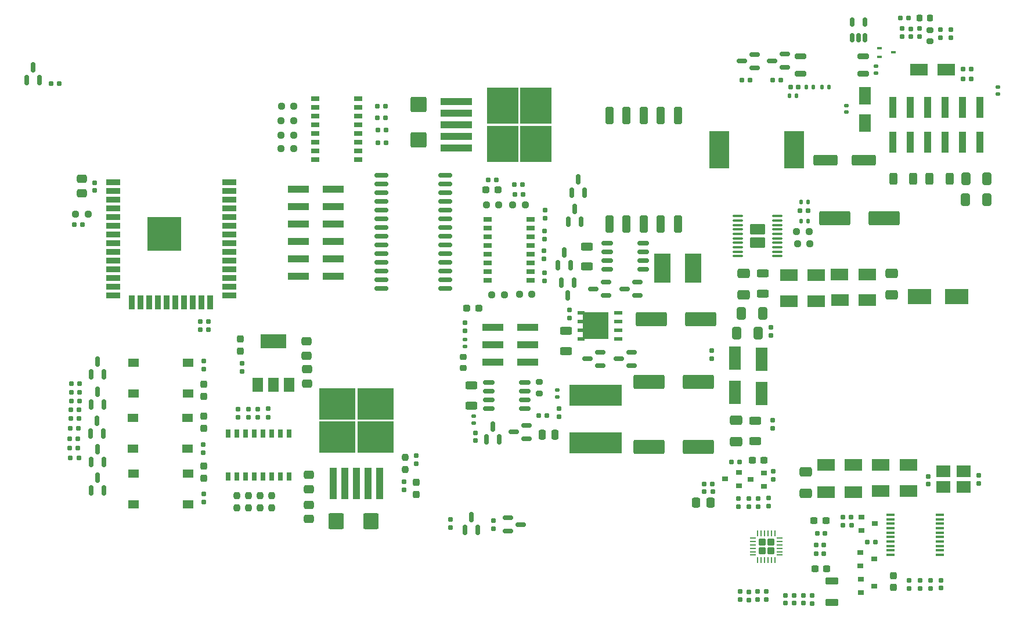
<source format=gbr>
G04 #@! TF.GenerationSoftware,KiCad,Pcbnew,6.0.7+dfsg-1build1*
G04 #@! TF.CreationDate,2023-02-19T10:12:41-06:00*
G04 #@! TF.ProjectId,access-controller,61636365-7373-42d6-936f-6e74726f6c6c,rev?*
G04 #@! TF.SameCoordinates,Original*
G04 #@! TF.FileFunction,Paste,Top*
G04 #@! TF.FilePolarity,Positive*
%FSLAX46Y46*%
G04 Gerber Fmt 4.6, Leading zero omitted, Abs format (unit mm)*
G04 Created by KiCad (PCBNEW 6.0.7+dfsg-1build1) date 2023-02-19 10:12:41*
%MOMM*%
%LPD*%
G01*
G04 APERTURE LIST*
G04 Aperture macros list*
%AMRoundRect*
0 Rectangle with rounded corners*
0 $1 Rounding radius*
0 $2 $3 $4 $5 $6 $7 $8 $9 X,Y pos of 4 corners*
0 Add a 4 corners polygon primitive as box body*
4,1,4,$2,$3,$4,$5,$6,$7,$8,$9,$2,$3,0*
0 Add four circle primitives for the rounded corners*
1,1,$1+$1,$2,$3*
1,1,$1+$1,$4,$5*
1,1,$1+$1,$6,$7*
1,1,$1+$1,$8,$9*
0 Add four rect primitives between the rounded corners*
20,1,$1+$1,$2,$3,$4,$5,0*
20,1,$1+$1,$4,$5,$6,$7,0*
20,1,$1+$1,$6,$7,$8,$9,0*
20,1,$1+$1,$8,$9,$2,$3,0*%
G04 Aperture macros list end*
%ADD10RoundRect,0.200000X0.275000X-0.200000X0.275000X0.200000X-0.275000X0.200000X-0.275000X-0.200000X0*%
%ADD11RoundRect,0.150000X-0.675000X-0.150000X0.675000X-0.150000X0.675000X0.150000X-0.675000X0.150000X0*%
%ADD12RoundRect,0.250000X0.475000X-0.337500X0.475000X0.337500X-0.475000X0.337500X-0.475000X-0.337500X0*%
%ADD13RoundRect,0.249999X0.875001X0.925001X-0.875001X0.925001X-0.875001X-0.925001X0.875001X-0.925001X0*%
%ADD14RoundRect,0.250000X-0.475000X0.337500X-0.475000X-0.337500X0.475000X-0.337500X0.475000X0.337500X0*%
%ADD15RoundRect,0.249999X0.925001X-0.875001X0.925001X0.875001X-0.925001X0.875001X-0.925001X-0.875001X0*%
%ADD16RoundRect,0.155000X0.155000X-0.212500X0.155000X0.212500X-0.155000X0.212500X-0.155000X-0.212500X0*%
%ADD17RoundRect,0.155000X-0.155000X0.212500X-0.155000X-0.212500X0.155000X-0.212500X0.155000X0.212500X0*%
%ADD18RoundRect,0.237500X-0.237500X0.300000X-0.237500X-0.300000X0.237500X-0.300000X0.237500X0.300000X0*%
%ADD19R,3.500000X2.300000*%
%ADD20RoundRect,0.237500X-0.237500X0.287500X-0.237500X-0.287500X0.237500X-0.287500X0.237500X0.287500X0*%
%ADD21RoundRect,0.237500X0.237500X-0.287500X0.237500X0.287500X-0.237500X0.287500X-0.237500X-0.287500X0*%
%ADD22RoundRect,0.237500X0.287500X0.237500X-0.287500X0.237500X-0.287500X-0.237500X0.287500X-0.237500X0*%
%ADD23R,0.900000X0.800000*%
%ADD24R,1.550000X1.300000*%
%ADD25RoundRect,0.160000X-0.197500X-0.160000X0.197500X-0.160000X0.197500X0.160000X-0.197500X0.160000X0*%
%ADD26RoundRect,0.160000X-0.160000X0.197500X-0.160000X-0.197500X0.160000X-0.197500X0.160000X0.197500X0*%
%ADD27RoundRect,0.160000X0.197500X0.160000X-0.197500X0.160000X-0.197500X-0.160000X0.197500X-0.160000X0*%
%ADD28RoundRect,0.237500X-0.237500X0.250000X-0.237500X-0.250000X0.237500X-0.250000X0.237500X0.250000X0*%
%ADD29RoundRect,0.237500X0.250000X0.237500X-0.250000X0.237500X-0.250000X-0.237500X0.250000X-0.237500X0*%
%ADD30RoundRect,0.237500X0.237500X-0.250000X0.237500X0.250000X-0.237500X0.250000X-0.237500X-0.250000X0*%
%ADD31RoundRect,0.237500X-0.250000X-0.237500X0.250000X-0.237500X0.250000X0.237500X-0.250000X0.237500X0*%
%ADD32RoundRect,0.160000X0.160000X-0.197500X0.160000X0.197500X-0.160000X0.197500X-0.160000X-0.197500X0*%
%ADD33RoundRect,0.150000X-0.875000X-0.150000X0.875000X-0.150000X0.875000X0.150000X-0.875000X0.150000X0*%
%ADD34R,0.800000X1.300000*%
%ADD35R,1.300000X0.800000*%
%ADD36R,5.250000X4.550000*%
%ADD37R,1.100000X4.600000*%
%ADD38R,1.500000X2.000000*%
%ADD39R,3.800000X2.000000*%
%ADD40R,4.550000X5.250000*%
%ADD41R,4.600000X1.100000*%
%ADD42R,1.270000X0.325000*%
%ADD43R,2.000000X0.900000*%
%ADD44R,0.900000X2.000000*%
%ADD45R,5.000000X5.000000*%
%ADD46R,3.150000X1.000000*%
%ADD47R,2.100000X1.800000*%
%ADD48RoundRect,0.250000X-0.337500X-0.475000X0.337500X-0.475000X0.337500X0.475000X-0.337500X0.475000X0*%
%ADD49RoundRect,0.155000X-0.212500X-0.155000X0.212500X-0.155000X0.212500X0.155000X-0.212500X0.155000X0*%
%ADD50RoundRect,0.237500X0.300000X0.237500X-0.300000X0.237500X-0.300000X-0.237500X0.300000X-0.237500X0*%
%ADD51RoundRect,0.237500X-0.300000X-0.237500X0.300000X-0.237500X0.300000X0.237500X-0.300000X0.237500X0*%
%ADD52RoundRect,0.155000X0.212500X0.155000X-0.212500X0.155000X-0.212500X-0.155000X0.212500X-0.155000X0*%
%ADD53RoundRect,0.249999X-0.700001X0.275001X-0.700001X-0.275001X0.700001X-0.275001X0.700001X0.275001X0*%
%ADD54RoundRect,0.249999X0.275001X0.275001X-0.275001X0.275001X-0.275001X-0.275001X0.275001X-0.275001X0*%
%ADD55RoundRect,0.062500X0.350000X0.062500X-0.350000X0.062500X-0.350000X-0.062500X0.350000X-0.062500X0*%
%ADD56RoundRect,0.062500X0.062500X0.350000X-0.062500X0.350000X-0.062500X-0.350000X0.062500X-0.350000X0*%
%ADD57RoundRect,0.250000X0.412500X0.650000X-0.412500X0.650000X-0.412500X-0.650000X0.412500X-0.650000X0*%
%ADD58R,2.500000X1.800000*%
%ADD59RoundRect,0.135000X0.135000X0.185000X-0.135000X0.185000X-0.135000X-0.185000X0.135000X-0.185000X0*%
%ADD60RoundRect,0.150000X0.150000X-0.512500X0.150000X0.512500X-0.150000X0.512500X-0.150000X-0.512500X0*%
%ADD61R,7.700000X3.100000*%
%ADD62RoundRect,0.250000X-0.250000X-0.475000X0.250000X-0.475000X0.250000X0.475000X-0.250000X0.475000X0*%
%ADD63RoundRect,0.305000X-0.305000X0.965000X-0.305000X-0.965000X0.305000X-0.965000X0.305000X0.965000X0*%
%ADD64RoundRect,0.250000X-0.312500X-0.625000X0.312500X-0.625000X0.312500X0.625000X-0.312500X0.625000X0*%
%ADD65RoundRect,0.150000X0.150000X-0.587500X0.150000X0.587500X-0.150000X0.587500X-0.150000X-0.587500X0*%
%ADD66RoundRect,0.135000X-0.135000X-0.185000X0.135000X-0.185000X0.135000X0.185000X-0.135000X0.185000X0*%
%ADD67RoundRect,0.250000X-0.625000X0.312500X-0.625000X-0.312500X0.625000X-0.312500X0.625000X0.312500X0*%
%ADD68R,1.800000X2.500000*%
%ADD69RoundRect,0.197500X-0.632500X0.197500X-0.632500X-0.197500X0.632500X-0.197500X0.632500X0.197500X0*%
%ADD70RoundRect,0.250000X1.500000X0.550000X-1.500000X0.550000X-1.500000X-0.550000X1.500000X-0.550000X0*%
%ADD71R,1.000000X3.150000*%
%ADD72RoundRect,0.249999X-0.855001X-0.530001X0.855001X-0.530001X0.855001X0.530001X-0.855001X0.530001X0*%
%ADD73RoundRect,0.100000X-0.637500X-0.100000X0.637500X-0.100000X0.637500X0.100000X-0.637500X0.100000X0*%
%ADD74R,0.700000X0.450000*%
%ADD75RoundRect,0.250001X-1.999999X-0.799999X1.999999X-0.799999X1.999999X0.799999X-1.999999X0.799999X0*%
%ADD76RoundRect,0.250001X1.999999X0.799999X-1.999999X0.799999X-1.999999X-0.799999X1.999999X-0.799999X0*%
%ADD77RoundRect,0.150000X0.587500X0.150000X-0.587500X0.150000X-0.587500X-0.150000X0.587500X-0.150000X0*%
%ADD78RoundRect,0.250000X0.625000X-0.312500X0.625000X0.312500X-0.625000X0.312500X-0.625000X-0.312500X0*%
%ADD79RoundRect,0.135000X-0.185000X0.135000X-0.185000X-0.135000X0.185000X-0.135000X0.185000X0.135000X0*%
%ADD80RoundRect,0.250000X0.650000X-0.412500X0.650000X0.412500X-0.650000X0.412500X-0.650000X-0.412500X0*%
%ADD81RoundRect,0.200000X-0.275000X0.200000X-0.275000X-0.200000X0.275000X-0.200000X0.275000X0.200000X0*%
%ADD82RoundRect,0.250000X-0.412500X-0.650000X0.412500X-0.650000X0.412500X0.650000X-0.412500X0.650000X0*%
%ADD83RoundRect,0.150000X-0.587500X-0.150000X0.587500X-0.150000X0.587500X0.150000X-0.587500X0.150000X0*%
%ADD84R,2.400000X4.200000*%
%ADD85R,2.900000X5.400000*%
%ADD86RoundRect,0.140000X0.140000X0.170000X-0.140000X0.170000X-0.140000X-0.170000X0.140000X-0.170000X0*%
%ADD87R,1.270000X0.610000*%
%ADD88R,1.020000X0.610000*%
%ADD89R,3.810000X3.910000*%
%ADD90RoundRect,0.135000X0.185000X-0.135000X0.185000X0.135000X-0.185000X0.135000X-0.185000X-0.135000X0*%
%ADD91RoundRect,0.150000X-0.150000X0.587500X-0.150000X-0.587500X0.150000X-0.587500X0.150000X0.587500X0*%
%ADD92RoundRect,0.250000X-0.650000X0.412500X-0.650000X-0.412500X0.650000X-0.412500X0.650000X0.412500X0*%
%ADD93RoundRect,0.140000X0.170000X-0.140000X0.170000X0.140000X-0.170000X0.140000X-0.170000X-0.140000X0*%
%ADD94R,1.800000X3.500000*%
%ADD95RoundRect,0.225000X0.225000X0.250000X-0.225000X0.250000X-0.225000X-0.250000X0.225000X-0.250000X0*%
%ADD96RoundRect,0.218750X0.256250X-0.218750X0.256250X0.218750X-0.256250X0.218750X-0.256250X-0.218750X0*%
G04 APERTURE END LIST*
D10*
X200110000Y-86555000D03*
X200110000Y-84905000D03*
D11*
X197955000Y-85015000D03*
X197955000Y-86285000D03*
X197955000Y-87555000D03*
X197955000Y-88825000D03*
X192705000Y-88825000D03*
X192705000Y-87555000D03*
X192705000Y-86285000D03*
X192705000Y-85015000D03*
D12*
X166498000Y-100554500D03*
X166498000Y-98479500D03*
D13*
X175548000Y-105229500D03*
X170448000Y-105229500D03*
D14*
X166498000Y-102827000D03*
X166498000Y-104902000D03*
D12*
X166220000Y-85133000D03*
X166220000Y-83058000D03*
D14*
X166116000Y-78972500D03*
X166116000Y-81047500D03*
D15*
X182500000Y-49550000D03*
X182500000Y-44450000D03*
D16*
X256850000Y-99825000D03*
X256850000Y-98690000D03*
D17*
X264200000Y-98555000D03*
X264200000Y-99690000D03*
D18*
X251690000Y-113140000D03*
X251690000Y-114865000D03*
D17*
X258690000Y-113852500D03*
X258690000Y-114987500D03*
D12*
X133400000Y-57375000D03*
X133400000Y-55300000D03*
D16*
X135200000Y-56967500D03*
X135200000Y-55832500D03*
D19*
X260920000Y-72450000D03*
X255520000Y-72450000D03*
D20*
X182118000Y-99568000D03*
X182118000Y-101318000D03*
D21*
X156464000Y-80377000D03*
X156464000Y-78627000D03*
D22*
X194056000Y-56896000D03*
X192306000Y-56896000D03*
D23*
X246980000Y-113720000D03*
X246980000Y-115620000D03*
X248980000Y-114670000D03*
D21*
X151164000Y-91673000D03*
X151164000Y-89923000D03*
X151114000Y-98948000D03*
X151114000Y-97198000D03*
D20*
X151114000Y-85273000D03*
X151114000Y-87023000D03*
D24*
X140784000Y-90148000D03*
X148744000Y-90148000D03*
X140784000Y-94648000D03*
X148744000Y-94648000D03*
X140884000Y-98298000D03*
X148844000Y-98298000D03*
X148844000Y-102798000D03*
X140884000Y-102798000D03*
X148894000Y-82098000D03*
X140934000Y-82098000D03*
X140934000Y-86598000D03*
X148894000Y-86598000D03*
D23*
X246900000Y-109810000D03*
X246900000Y-111710000D03*
X248900000Y-110760000D03*
X247050000Y-104630000D03*
X247050000Y-106530000D03*
X249050000Y-105580000D03*
D25*
X150632500Y-77290000D03*
X151827500Y-77290000D03*
X150602500Y-76100000D03*
X151797500Y-76100000D03*
D26*
X187130000Y-104965000D03*
X187130000Y-106160000D03*
D25*
X234130000Y-40894000D03*
X235325000Y-40894000D03*
D27*
X230825000Y-40894000D03*
X229630000Y-40894000D03*
D26*
X193390000Y-105092500D03*
X193390000Y-106287500D03*
D28*
X155936000Y-101449500D03*
X155936000Y-103274500D03*
X157636000Y-101462000D03*
X157636000Y-103287000D03*
X159336000Y-101449500D03*
X159336000Y-103274500D03*
X161036000Y-101449500D03*
X161036000Y-103274500D03*
D29*
X164312500Y-44650000D03*
X162487500Y-44650000D03*
X164250000Y-46800000D03*
X162425000Y-46800000D03*
X164262500Y-48900000D03*
X162437500Y-48900000D03*
X164275000Y-50900000D03*
X162450000Y-50900000D03*
D30*
X180498000Y-97692000D03*
X180498000Y-95867000D03*
D31*
X132437500Y-60452000D03*
X134262500Y-60452000D03*
D26*
X253980000Y-113812500D03*
X253980000Y-115007500D03*
D25*
X247932500Y-108260000D03*
X249127500Y-108260000D03*
D27*
X245587500Y-104630000D03*
X244392500Y-104630000D03*
D25*
X244405000Y-105840000D03*
X245600000Y-105840000D03*
D32*
X255660000Y-115035000D03*
X255660000Y-113840000D03*
X151064000Y-95195500D03*
X151064000Y-94000500D03*
X151114000Y-102395500D03*
X151114000Y-101200500D03*
D26*
X151114000Y-81850500D03*
X151114000Y-83045500D03*
D33*
X177050000Y-54745000D03*
X177050000Y-56015000D03*
X177050000Y-57285000D03*
X177050000Y-58555000D03*
X177050000Y-59825000D03*
X177050000Y-61095000D03*
X177050000Y-62365000D03*
X177050000Y-63635000D03*
X177050000Y-64905000D03*
X177050000Y-66175000D03*
X177050000Y-67445000D03*
X177050000Y-68715000D03*
X177050000Y-69985000D03*
X177050000Y-71255000D03*
X186350000Y-71255000D03*
X186350000Y-69985000D03*
X186350000Y-68715000D03*
X186350000Y-67445000D03*
X186350000Y-66175000D03*
X186350000Y-64905000D03*
X186350000Y-63635000D03*
X186350000Y-62365000D03*
X186350000Y-61095000D03*
X186350000Y-59825000D03*
X186350000Y-58555000D03*
X186350000Y-57285000D03*
X186350000Y-56015000D03*
X186350000Y-54745000D03*
D34*
X154736000Y-98712000D03*
X156016000Y-98712000D03*
X157276000Y-98712000D03*
X158546000Y-98712000D03*
X159826000Y-98712000D03*
X161096000Y-98712000D03*
X162356000Y-98712000D03*
X163636000Y-98712000D03*
X163636000Y-92412000D03*
X162356000Y-92412000D03*
X161096000Y-92412000D03*
X159826000Y-92412000D03*
X158546000Y-92412000D03*
X157276000Y-92412000D03*
X156016000Y-92412000D03*
X154736000Y-92412000D03*
D35*
X167400000Y-43600000D03*
X167400000Y-44880000D03*
X167400000Y-46140000D03*
X167400000Y-47410000D03*
X167400000Y-48690000D03*
X167400000Y-49960000D03*
X167400000Y-51220000D03*
X167400000Y-52500000D03*
X173700000Y-52500000D03*
X173700000Y-51220000D03*
X173700000Y-49960000D03*
X173700000Y-48690000D03*
X173700000Y-47410000D03*
X173700000Y-46140000D03*
X173700000Y-44880000D03*
X173700000Y-43600000D03*
D36*
X176173000Y-92979500D03*
X176173000Y-88129500D03*
X170623000Y-92979500D03*
X170623000Y-88129500D03*
D37*
X169998000Y-99704500D03*
X171698000Y-99704500D03*
X173398000Y-99704500D03*
X175098000Y-99704500D03*
X176798000Y-99704500D03*
D38*
X158990000Y-85294000D03*
D39*
X161290000Y-78994000D03*
D38*
X161290000Y-85294000D03*
X163590000Y-85294000D03*
D40*
X194725000Y-50175000D03*
X194725000Y-44625000D03*
X199575000Y-44625000D03*
X199575000Y-50175000D03*
D41*
X188000000Y-44000000D03*
X188000000Y-45700000D03*
X188000000Y-47400000D03*
X188000000Y-49100000D03*
X188000000Y-50800000D03*
D42*
X258519500Y-110125000D03*
X258519500Y-109475000D03*
X258519500Y-108825000D03*
X258519500Y-108175000D03*
X258519500Y-107525000D03*
X258519500Y-106875000D03*
X258519500Y-106225000D03*
X258519500Y-105575000D03*
X258519500Y-104925000D03*
X258519500Y-104275000D03*
X251280500Y-104275000D03*
X251280500Y-104925000D03*
X251280500Y-105575000D03*
X251280500Y-106225000D03*
X251280500Y-106875000D03*
X251280500Y-107525000D03*
X251280500Y-108175000D03*
X251280500Y-108825000D03*
X251280500Y-109475000D03*
X251280500Y-110125000D03*
D43*
X137900000Y-55800000D03*
X137900000Y-57070000D03*
X137900000Y-58340000D03*
X137900000Y-59610000D03*
X137900000Y-60880000D03*
X137900000Y-62150000D03*
X137900000Y-63420000D03*
X137900000Y-64690000D03*
X137900000Y-65960000D03*
X137900000Y-67230000D03*
X137900000Y-68500000D03*
X137900000Y-69770000D03*
X137900000Y-71040000D03*
X137900000Y-72310000D03*
D44*
X140685000Y-73310000D03*
X141955000Y-73310000D03*
X143225000Y-73310000D03*
X144495000Y-73310000D03*
X145765000Y-73310000D03*
X147035000Y-73310000D03*
X148305000Y-73310000D03*
X149575000Y-73310000D03*
X150845000Y-73310000D03*
X152115000Y-73310000D03*
D43*
X154900000Y-72310000D03*
X154900000Y-71040000D03*
X154900000Y-69770000D03*
X154900000Y-68500000D03*
X154900000Y-67230000D03*
X154900000Y-65960000D03*
X154900000Y-64690000D03*
X154900000Y-63420000D03*
X154900000Y-62150000D03*
X154900000Y-60880000D03*
X154900000Y-59610000D03*
X154900000Y-58340000D03*
X154900000Y-57070000D03*
X154900000Y-55800000D03*
D45*
X145400000Y-63300000D03*
D46*
X164965000Y-56780000D03*
X170015000Y-56780000D03*
X164965000Y-59320000D03*
X170015000Y-59320000D03*
X164965000Y-61860000D03*
X170015000Y-61860000D03*
X164965000Y-64400000D03*
X170015000Y-64400000D03*
X164965000Y-66940000D03*
X170015000Y-66940000D03*
X164965000Y-69480000D03*
X170015000Y-69480000D03*
D32*
X257160000Y-115017500D03*
X257160000Y-113822500D03*
D47*
X259050000Y-100240000D03*
X261950000Y-100240000D03*
X261950000Y-97940000D03*
X259050000Y-97940000D03*
D27*
X177750000Y-48120000D03*
X176555000Y-48120000D03*
D31*
X193175000Y-72200000D03*
X195000000Y-72200000D03*
D35*
X192540000Y-61200000D03*
X192540000Y-62480000D03*
X192540000Y-63740000D03*
X192540000Y-65010000D03*
X192540000Y-66290000D03*
X192540000Y-67560000D03*
X192540000Y-68820000D03*
X192540000Y-70100000D03*
X198840000Y-70100000D03*
X198840000Y-68820000D03*
X198840000Y-67560000D03*
X198840000Y-66290000D03*
X198840000Y-65010000D03*
X198840000Y-63740000D03*
X198840000Y-62480000D03*
X198840000Y-61200000D03*
D31*
X196225000Y-59050000D03*
X198050000Y-59050000D03*
X192375000Y-59050000D03*
X194200000Y-59050000D03*
X197187500Y-72100000D03*
X199012500Y-72100000D03*
D48*
X222970000Y-102530000D03*
X225045000Y-102530000D03*
D32*
X233157500Y-116657500D03*
X233157500Y-115462500D03*
D26*
X233870000Y-76942500D03*
X233870000Y-78137500D03*
D49*
X240605000Y-107020000D03*
X241740000Y-107020000D03*
D26*
X234188000Y-97954500D03*
X234188000Y-99149500D03*
D23*
X229172000Y-100017500D03*
X229172000Y-98117500D03*
X227172000Y-99067500D03*
D50*
X242002500Y-112150000D03*
X240277500Y-112150000D03*
D26*
X239862500Y-116015000D03*
X239862500Y-117210000D03*
D51*
X231140000Y-96355500D03*
X232865000Y-96355500D03*
D49*
X240452500Y-109940000D03*
X241587500Y-109940000D03*
D52*
X241568000Y-108715500D03*
X240433000Y-108715500D03*
D25*
X228092000Y-96609500D03*
X229287000Y-96609500D03*
D50*
X241872500Y-105110000D03*
X240147500Y-105110000D03*
D16*
X236022500Y-117192500D03*
X236022500Y-116057500D03*
D53*
X242720000Y-113945000D03*
X242720000Y-117095000D03*
D23*
X232886000Y-100099500D03*
X232886000Y-98199500D03*
X230886000Y-99149500D03*
D32*
X229347500Y-116657500D03*
X229347500Y-115462500D03*
D16*
X237272500Y-117192500D03*
X237272500Y-116057500D03*
D32*
X231887500Y-116657500D03*
X231887500Y-115462500D03*
D16*
X238572500Y-117182500D03*
X238572500Y-116047500D03*
D26*
X234100000Y-90442500D03*
X234100000Y-91637500D03*
D54*
X233860000Y-109560000D03*
X232560000Y-108260000D03*
X233860000Y-108260000D03*
X232560000Y-109560000D03*
D55*
X235147500Y-110160000D03*
X235147500Y-109660000D03*
X235147500Y-109160000D03*
X235147500Y-108660000D03*
X235147500Y-108160000D03*
X235147500Y-107660000D03*
D56*
X234460000Y-106972500D03*
X233960000Y-106972500D03*
X233460000Y-106972500D03*
X232960000Y-106972500D03*
X232460000Y-106972500D03*
X231960000Y-106972500D03*
D55*
X231272500Y-107660000D03*
X231272500Y-108160000D03*
X231272500Y-108660000D03*
X231272500Y-109160000D03*
X231272500Y-109660000D03*
X231272500Y-110160000D03*
D56*
X231960000Y-110847500D03*
X232460000Y-110847500D03*
X232960000Y-110847500D03*
X233460000Y-110847500D03*
X233960000Y-110847500D03*
X234460000Y-110847500D03*
D25*
X224172500Y-100920000D03*
X225367500Y-100920000D03*
D32*
X230617500Y-116707500D03*
X230617500Y-115512500D03*
X180340000Y-100673500D03*
X180340000Y-99478500D03*
D27*
X133490000Y-61912000D03*
X132295000Y-61912000D03*
D25*
X192607000Y-55442000D03*
X193802000Y-55442000D03*
X196417000Y-56134000D03*
X197612000Y-56134000D03*
D32*
X189230000Y-77470000D03*
X189230000Y-76275000D03*
D57*
X265399000Y-55286000D03*
X262274000Y-55286000D03*
D27*
X133021000Y-87708500D03*
X131826000Y-87708500D03*
D58*
X241920000Y-97020000D03*
X245920000Y-97020000D03*
D59*
X242330000Y-41890000D03*
X241310000Y-41890000D03*
D60*
X245701250Y-34685000D03*
X246651250Y-34685000D03*
X247601250Y-34685000D03*
X247601250Y-32410000D03*
X245701250Y-32410000D03*
D27*
X177637500Y-44690000D03*
X176442500Y-44690000D03*
D61*
X208280000Y-93768000D03*
X208280000Y-86868000D03*
D62*
X200472000Y-92592000D03*
X202372000Y-92592000D03*
D26*
X202946000Y-88769000D03*
X202946000Y-89964000D03*
D63*
X220300000Y-61880000D03*
X217800000Y-61880000D03*
X215300000Y-61880000D03*
X212800000Y-61880000D03*
X210300000Y-61880000D03*
X210320000Y-46010000D03*
X212800000Y-46000000D03*
X215300000Y-46000000D03*
X217800000Y-46000000D03*
X220300000Y-46000000D03*
D64*
X257011500Y-55246000D03*
X259936500Y-55246000D03*
D27*
X197701500Y-57542000D03*
X196506500Y-57542000D03*
D65*
X204320000Y-61515000D03*
X206220000Y-61515000D03*
X205270000Y-59640000D03*
D66*
X236580000Y-43170000D03*
X237600000Y-43170000D03*
D67*
X231600000Y-90580000D03*
X231600000Y-93505000D03*
D68*
X247624000Y-47126000D03*
X247624000Y-43126000D03*
D67*
X190180000Y-88335000D03*
X190180000Y-85410000D03*
D26*
X229160000Y-101902500D03*
X229160000Y-103097500D03*
D69*
X247330000Y-39960000D03*
X247330000Y-37430000D03*
X238170000Y-37430000D03*
X238170000Y-39970000D03*
D70*
X247402000Y-52578000D03*
X241802000Y-52578000D03*
D27*
X132931500Y-90248500D03*
X131736500Y-90248500D03*
D65*
X125288000Y-40894000D03*
X127188000Y-40894000D03*
X126238000Y-39019000D03*
D26*
X200930000Y-59825000D03*
X200930000Y-61020000D03*
D71*
X264374000Y-44861000D03*
X264374000Y-49911000D03*
X261834000Y-44861000D03*
X261834000Y-49911000D03*
X259294000Y-44861000D03*
X259294000Y-49911000D03*
X256754000Y-44861000D03*
X256754000Y-49911000D03*
X254214000Y-44861000D03*
X254214000Y-49911000D03*
X251674000Y-44861000D03*
X251674000Y-49911000D03*
D72*
X231932500Y-64590000D03*
X231932500Y-62660000D03*
D73*
X229070000Y-60700000D03*
X229070000Y-61350000D03*
X229070000Y-62000000D03*
X229070000Y-62650000D03*
X229070000Y-63300000D03*
X229070000Y-63950000D03*
X229070000Y-64600000D03*
X229070000Y-65250000D03*
X229070000Y-65900000D03*
X229070000Y-66550000D03*
X234795000Y-66550000D03*
X234795000Y-65900000D03*
X234795000Y-65250000D03*
X234795000Y-64600000D03*
X234795000Y-63950000D03*
X234795000Y-63300000D03*
X234795000Y-62650000D03*
X234795000Y-62000000D03*
X234795000Y-61350000D03*
X234795000Y-60700000D03*
D65*
X134686000Y-88235000D03*
X136586000Y-88235000D03*
X135636000Y-86360000D03*
D26*
X260096000Y-33528000D03*
X260096000Y-34723000D03*
D16*
X204470000Y-75557000D03*
X204470000Y-74422000D03*
D74*
X249698000Y-36180000D03*
X249698000Y-37480000D03*
X251698000Y-36830000D03*
D27*
X263072000Y-39284000D03*
X261877000Y-39284000D03*
X133021000Y-85168500D03*
X131826000Y-85168500D03*
D75*
X216068000Y-94400000D03*
X223268000Y-94400000D03*
D76*
X250410000Y-61010000D03*
X243210000Y-61010000D03*
D49*
X236720000Y-41910000D03*
X237855000Y-41910000D03*
D58*
X249900000Y-100790000D03*
X253900000Y-100790000D03*
D27*
X132906500Y-95961500D03*
X131711500Y-95961500D03*
D26*
X230660000Y-101882500D03*
X230660000Y-103077500D03*
D77*
X208963500Y-82484000D03*
X208963500Y-80584000D03*
X207088500Y-81534000D03*
D58*
X241930000Y-100980000D03*
X245930000Y-100980000D03*
D77*
X213535500Y-82484000D03*
X213535500Y-80584000D03*
X211660500Y-81534000D03*
D11*
X209973000Y-64643000D03*
X209973000Y-65913000D03*
X209973000Y-67183000D03*
X209973000Y-68453000D03*
X215223000Y-68453000D03*
X215223000Y-67183000D03*
X215223000Y-65913000D03*
X215223000Y-64643000D03*
D65*
X134686000Y-100759500D03*
X136586000Y-100759500D03*
X135636000Y-98884500D03*
X134606000Y-92405500D03*
X136506000Y-92405500D03*
X135556000Y-90530500D03*
D17*
X225190000Y-80362500D03*
X225190000Y-81497500D03*
D78*
X203962000Y-80395000D03*
X203962000Y-77470000D03*
D79*
X249174000Y-38858000D03*
X249174000Y-39878000D03*
D64*
X251719000Y-55226000D03*
X254644000Y-55226000D03*
D80*
X228756000Y-93590500D03*
X228756000Y-90465500D03*
D16*
X190754000Y-93453000D03*
X190754000Y-92318000D03*
D25*
X224130000Y-99780000D03*
X225325000Y-99780000D03*
D81*
X257048000Y-33554500D03*
X257048000Y-35204500D03*
D27*
X130048000Y-41402000D03*
X128853000Y-41402000D03*
D26*
X200820000Y-68962500D03*
X200820000Y-70157500D03*
D65*
X204790000Y-57257500D03*
X206690000Y-57257500D03*
X205740000Y-55382500D03*
X134686000Y-83820000D03*
X136586000Y-83820000D03*
X135636000Y-81945000D03*
D32*
X258572000Y-34723000D03*
X258572000Y-33528000D03*
D58*
X243910000Y-72990000D03*
X247910000Y-72990000D03*
D46*
X193309000Y-76962000D03*
X198359000Y-76962000D03*
X193309000Y-79502000D03*
X198359000Y-79502000D03*
X193309000Y-82042000D03*
X198359000Y-82042000D03*
D26*
X156130000Y-88882500D03*
X156130000Y-90077500D03*
D65*
X192344000Y-93315000D03*
X194244000Y-93315000D03*
X193294000Y-91440000D03*
D77*
X209804000Y-72258000D03*
X209804000Y-70358000D03*
X207929000Y-71308000D03*
D78*
X232640000Y-71987000D03*
X232640000Y-69062000D03*
D82*
X228897500Y-77780000D03*
X232022500Y-77780000D03*
D83*
X195500500Y-104740000D03*
X195500500Y-106640000D03*
X197375500Y-105690000D03*
D58*
X249910000Y-97000000D03*
X253910000Y-97000000D03*
D84*
X218004000Y-68326000D03*
X222504000Y-68326000D03*
D85*
X226360000Y-50990000D03*
X237260000Y-50990000D03*
D65*
X134686000Y-96617000D03*
X136586000Y-96617000D03*
X135636000Y-94742000D03*
D86*
X240030000Y-41910000D03*
X239070000Y-41910000D03*
D59*
X239270000Y-61468000D03*
X238250000Y-61468000D03*
D77*
X231522500Y-39050000D03*
X231522500Y-37150000D03*
X229647500Y-38100000D03*
D87*
X211640000Y-78613000D03*
X211640000Y-77343000D03*
X211640000Y-76073000D03*
X211640000Y-74803000D03*
D88*
X206175000Y-77343000D03*
X206175000Y-74803000D03*
X206175000Y-78613000D03*
X206175000Y-76073000D03*
D89*
X208280000Y-76708000D03*
D90*
X266954000Y-42926000D03*
X266954000Y-41906000D03*
D75*
X216108000Y-84900000D03*
X223308000Y-84900000D03*
D25*
X261864500Y-40684000D03*
X263059500Y-40684000D03*
D26*
X159050000Y-88872500D03*
X159050000Y-90067500D03*
D16*
X252984000Y-34498500D03*
X252984000Y-33363500D03*
D91*
X205166000Y-70436500D03*
X203266000Y-70436500D03*
X204216000Y-72311500D03*
D65*
X202758000Y-67915000D03*
X204658000Y-67915000D03*
X203708000Y-66040000D03*
D29*
X239418500Y-62992000D03*
X237593500Y-62992000D03*
D27*
X201168000Y-89785000D03*
X199973000Y-89785000D03*
X132931500Y-88978500D03*
X131736500Y-88978500D03*
D32*
X200860000Y-64085000D03*
X200860000Y-62890000D03*
D76*
X223648000Y-75750000D03*
X216448000Y-75750000D03*
D58*
X247900000Y-69260000D03*
X243900000Y-69260000D03*
D66*
X238250000Y-58674000D03*
X239270000Y-58674000D03*
D29*
X239569000Y-64770000D03*
X237744000Y-64770000D03*
D26*
X200730000Y-65760000D03*
X200730000Y-66955000D03*
D77*
X198217000Y-93152000D03*
X198217000Y-91252000D03*
X196342000Y-92202000D03*
D58*
X240450000Y-73090000D03*
X236450000Y-73090000D03*
D27*
X132816500Y-94561500D03*
X131621500Y-94561500D03*
D26*
X232040000Y-101892500D03*
X232040000Y-103087500D03*
D58*
X255447000Y-39354000D03*
X259447000Y-39354000D03*
D27*
X133021000Y-86438500D03*
X131826000Y-86438500D03*
D32*
X156718000Y-83401500D03*
X156718000Y-82206500D03*
D90*
X190500000Y-90936000D03*
X190500000Y-89916000D03*
D26*
X157670000Y-88892500D03*
X157670000Y-90087500D03*
D92*
X251460000Y-69049500D03*
X251460000Y-72174500D03*
D57*
X265374000Y-58346000D03*
X262249000Y-58346000D03*
D93*
X244856000Y-45565000D03*
X244856000Y-44605000D03*
D27*
X132860000Y-91670000D03*
X131665000Y-91670000D03*
X177735000Y-49970000D03*
X176540000Y-49970000D03*
D32*
X233496570Y-103043398D03*
X233496570Y-101848398D03*
D92*
X238920000Y-98017500D03*
X238920000Y-101142500D03*
D94*
X232546000Y-86598000D03*
X232546000Y-81598000D03*
D22*
X191262000Y-74168000D03*
X189512000Y-74168000D03*
D80*
X229870000Y-72174500D03*
X229870000Y-69049500D03*
D95*
X257074000Y-31839500D03*
X255524000Y-31839500D03*
D77*
X235919000Y-38984000D03*
X235919000Y-37084000D03*
X234044000Y-38034000D03*
D27*
X253945000Y-31820000D03*
X252750000Y-31820000D03*
D26*
X182118000Y-95668500D03*
X182118000Y-96863500D03*
D58*
X236470000Y-69280000D03*
X240470000Y-69280000D03*
D94*
X228606000Y-86438000D03*
X228606000Y-81438000D03*
D26*
X160520000Y-88825000D03*
X160520000Y-90020000D03*
X255524000Y-33363500D03*
X255524000Y-34558500D03*
D67*
X207010000Y-65147000D03*
X207010000Y-68072000D03*
D90*
X189230000Y-79756000D03*
X189230000Y-78736000D03*
D57*
X232678500Y-74904000D03*
X229553500Y-74904000D03*
D16*
X254254000Y-34528500D03*
X254254000Y-33393500D03*
D27*
X177640000Y-46390000D03*
X176445000Y-46390000D03*
D93*
X202680000Y-87060000D03*
X202680000Y-86100000D03*
D96*
X188976000Y-82829500D03*
X188976000Y-81254500D03*
D27*
X239268000Y-59944000D03*
X238073000Y-59944000D03*
X132786500Y-93191500D03*
X131591500Y-93191500D03*
D65*
X189228000Y-106500000D03*
X191128000Y-106500000D03*
X190178000Y-104625000D03*
D77*
X214376000Y-72258000D03*
X214376000Y-70358000D03*
X212501000Y-71308000D03*
M02*

</source>
